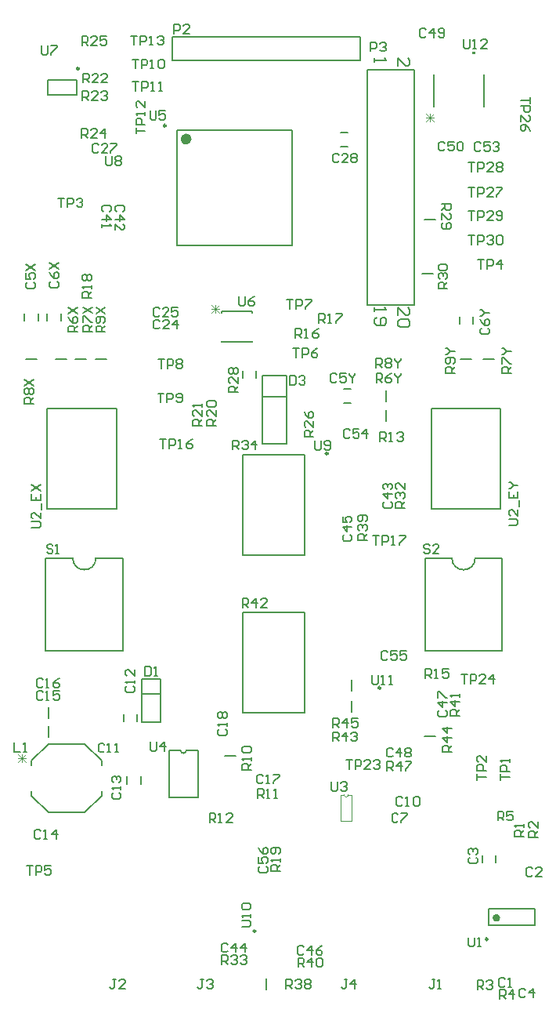
<source format=gto>
G04*
G04 #@! TF.GenerationSoftware,Altium Limited,CircuitStudio,1.5.1 (13)*
G04*
G04 Layer_Color=15065295*
%FSLAX44Y44*%
%MOMM*%
G71*
G01*
G75*
%ADD35C,0.2032*%
%ADD60C,0.2500*%
%ADD61C,0.2000*%
%ADD62C,0.1000*%
%ADD63C,0.0500*%
%ADD64C,0.6000*%
%ADD65C,0.4000*%
%ADD66C,0.1270*%
%ADD67C,0.1524*%
%ADD68C,0.1700*%
%ADD69C,0.1700*%
%ADD70C,0.0762*%
G36*
X769655Y1283116D02*
X765845D01*
Y1285656D01*
X769655D01*
Y1283116D01*
D02*
G37*
D35*
X685800Y1270426D02*
Y1278890D01*
X694264Y1270426D01*
X696380D01*
X698496Y1272542D01*
Y1276774D01*
X696380Y1278890D01*
X660400D02*
Y1274658D01*
Y1276774D01*
X673096D01*
X670980Y1278890D01*
X660400Y1009650D02*
Y1005418D01*
Y1007534D01*
X673096D01*
X670980Y1009650D01*
X662516Y999070D02*
X660400Y996954D01*
Y992722D01*
X662516Y990606D01*
X670980D01*
X673096Y992722D01*
Y996954D01*
X670980Y999070D01*
X668864D01*
X666748Y996954D01*
Y990606D01*
X685800Y1001186D02*
Y1009650D01*
X694264Y1001186D01*
X696380D01*
X698496Y1003302D01*
Y1007534D01*
X696380Y1009650D01*
Y996954D02*
X698496Y994838D01*
Y990606D01*
X696380Y988490D01*
X687916D01*
X685800Y990606D01*
Y994838D01*
X687916Y996954D01*
X696380D01*
D60*
X531750Y336250D02*
G03*
X531750Y336250I-1250J0D01*
G01*
X609760Y851890D02*
G03*
X609760Y851890I-1250J0D01*
G01*
X434750Y1206000D02*
G03*
X434750Y1206000I-1250J0D01*
G01*
X666820Y598970D02*
G03*
X666820Y598970I-1250J0D01*
G01*
X782700Y327500D02*
G03*
X782700Y327500I-1250J0D01*
G01*
X340830Y1267640D02*
G03*
X340830Y1267640I-1250J0D01*
G01*
D61*
X334000Y739000D02*
G03*
X359000Y739000I12500J0D01*
G01*
X450535Y531540D02*
G03*
X456885Y531540I3175J0D01*
G01*
X744000Y739000D02*
G03*
X769000Y739000I12500J0D01*
G01*
X306500Y792350D02*
Y900650D01*
X381500D01*
Y792350D02*
Y900650D01*
X306500Y792350D02*
X381500D01*
X304850Y639000D02*
Y739000D01*
Y639000D02*
X388150D01*
Y739000D01*
X359000D02*
X388150D01*
X304850D02*
X334000D01*
X635508Y595726D02*
Y607726D01*
X714344Y546608D02*
X726344D01*
X635508Y573120D02*
Y585120D01*
X517610Y742350D02*
X584920D01*
Y850650D01*
X517610D02*
X584920D01*
X517610Y742350D02*
Y850650D01*
X711550Y1046480D02*
X723550D01*
X714090Y1104900D02*
X726090D01*
X498190Y525780D02*
X510190D01*
X753460Y953770D02*
X765460D01*
X358490D02*
X370490D01*
X672592Y908400D02*
Y920400D01*
X283000Y954000D02*
X295000D01*
X778000D02*
X790000D01*
X336900Y953770D02*
X348900D01*
X672338Y887064D02*
Y899064D01*
X315310Y953770D02*
X327310D01*
X623634Y1183760D02*
X631634D01*
X623634Y1198760D02*
X631634D01*
X308102Y566262D02*
Y578262D01*
Y545688D02*
Y557688D01*
X407840Y495110D02*
Y503110D01*
X392840Y495110D02*
Y503110D01*
X403740Y562674D02*
Y570674D01*
X388740Y562674D02*
Y570674D01*
X766960Y991680D02*
Y999680D01*
X751960Y991680D02*
Y999680D01*
X321500Y995000D02*
Y1003000D01*
X306500Y995000D02*
Y1003000D01*
X626936Y906900D02*
X634936D01*
X626936Y921900D02*
X634936D01*
X281500Y995000D02*
Y1003000D01*
X296500Y995000D02*
Y1003000D01*
X776500Y410000D02*
Y418000D01*
X791500Y410000D02*
Y418000D01*
X543560Y273400D02*
Y285400D01*
X517518Y933260D02*
Y941260D01*
X532518Y933260D02*
Y941260D01*
X469410Y480740D02*
Y531540D01*
X456885D02*
X469410D01*
X437960D02*
X450535D01*
X437960Y480740D02*
X469410D01*
X437960D02*
Y531540D01*
X721500Y792350D02*
Y900650D01*
X796500D01*
Y792350D02*
Y900650D01*
X721500Y792350D02*
X796500D01*
X714850Y639000D02*
Y739000D01*
Y639000D02*
X798150D01*
Y739000D01*
X769000D02*
X798150D01*
X714850D02*
X744000D01*
X441960Y1301750D02*
X645160D01*
X441960Y1276350D02*
Y1301750D01*
Y1276350D02*
X645160D01*
Y1301750D01*
X652780Y1012190D02*
Y1247140D01*
X703580Y1012190D02*
Y1247140D01*
Y1266190D01*
X652780D02*
X703580D01*
X652780Y1247140D02*
Y1266190D01*
Y1012190D02*
X703580D01*
X538800Y936230D02*
X565470D01*
X538800Y862570D02*
Y936230D01*
Y862570D02*
X565470D01*
Y936230D01*
X538800Y913370D02*
X565070Y913253D01*
X446500Y1076500D02*
X571500D01*
X446500Y1201500D02*
X571500D01*
Y1076500D02*
Y1201500D01*
X446500Y1076500D02*
Y1201500D01*
X517610Y572350D02*
X584920D01*
Y680650D01*
X517610D02*
X584920D01*
X517610Y572350D02*
Y680650D01*
X784000Y342500D02*
X834000D01*
X784000Y360500D02*
X834000D01*
X784000Y342500D02*
Y360500D01*
X834000Y342500D02*
Y360500D01*
X307080Y1255140D02*
X338080D01*
X307080Y1239140D02*
X338080D01*
Y1255140D01*
X307080Y1239140D02*
Y1255140D01*
D62*
X388606Y1178220D02*
G03*
X388106Y1177720I-500J0D01*
G01*
D63*
X627255Y483540D02*
G03*
X632005Y483540I2375J0D01*
G01*
X623380Y455040D02*
Y483540D01*
Y455040D02*
X635880D01*
Y483540D01*
X632005D02*
X635880D01*
X623380D02*
X627255D01*
D64*
X459500Y1191500D02*
G03*
X459500Y1191500I-3000J0D01*
G01*
D65*
X794000Y350500D02*
G03*
X794000Y350500I-2000J0D01*
G01*
D66*
X408592Y592468D02*
X428592D01*
X408592Y561968D02*
X428592D01*
Y608468D01*
X408592D02*
X428592D01*
X408592Y561968D02*
Y608468D01*
D67*
X494736Y1004236D02*
Y1005764D01*
X528264D01*
Y972236D02*
Y973764D01*
X494736Y972236D02*
X528264D01*
X494736D02*
Y973764D01*
X528264Y1004236D02*
Y1005764D01*
X365676Y515723D02*
Y520416D01*
X289136Y482376D02*
Y487068D01*
Y520416D02*
X307636Y538166D01*
X289136Y515723D02*
Y520416D01*
Y482376D02*
X307636Y464626D01*
X347176D01*
X365676Y482376D01*
Y487068D01*
X347176Y538166D02*
X365676Y520416D01*
X307636Y538166D02*
X347176D01*
X724703Y1226621D02*
Y1261378D01*
X778297Y1226621D02*
Y1261378D01*
D68*
X761746Y1139281D02*
X768410D01*
X765078D01*
Y1129284D01*
X771743D02*
Y1139281D01*
X776741D01*
X778407Y1137615D01*
Y1134282D01*
X776741Y1132616D01*
X771743D01*
X788404Y1129284D02*
X781739D01*
X788404Y1135948D01*
Y1137615D01*
X786738Y1139281D01*
X783406D01*
X781739Y1137615D01*
X791736Y1139281D02*
X798401D01*
Y1137615D01*
X791736Y1130950D01*
Y1129284D01*
X762000Y1166205D02*
X768664D01*
X765332D01*
Y1156208D01*
X771997D02*
Y1166205D01*
X776995D01*
X778661Y1164538D01*
Y1161206D01*
X776995Y1159540D01*
X771997D01*
X788658Y1156208D02*
X781993D01*
X788658Y1162872D01*
Y1164538D01*
X786992Y1166205D01*
X783660D01*
X781993Y1164538D01*
X791990D02*
X793656Y1166205D01*
X796989D01*
X798655Y1164538D01*
Y1162872D01*
X796989Y1161206D01*
X798655Y1159540D01*
Y1157874D01*
X796989Y1156208D01*
X793656D01*
X791990Y1157874D01*
Y1159540D01*
X793656Y1161206D01*
X791990Y1162872D01*
Y1164538D01*
X793656Y1161206D02*
X796989D01*
X417576Y1222339D02*
Y1214008D01*
X419242Y1212342D01*
X422574D01*
X424240Y1214008D01*
Y1222339D01*
X434237D02*
X427573D01*
Y1217340D01*
X430905Y1219006D01*
X432571D01*
X434237Y1217340D01*
Y1214008D01*
X432571Y1212342D01*
X429239D01*
X427573Y1214008D01*
X564642Y274066D02*
Y284063D01*
X569640D01*
X571306Y282397D01*
Y279064D01*
X569640Y277398D01*
X564642D01*
X567974D02*
X571306Y274066D01*
X574639Y282397D02*
X576305Y284063D01*
X579637D01*
X581303Y282397D01*
Y280730D01*
X579637Y279064D01*
X577971D01*
X579637D01*
X581303Y277398D01*
Y275732D01*
X579637Y274066D01*
X576305D01*
X574639Y275732D01*
X584635Y282397D02*
X586302Y284063D01*
X589634D01*
X591300Y282397D01*
Y280730D01*
X589634Y279064D01*
X591300Y277398D01*
Y275732D01*
X589634Y274066D01*
X586302D01*
X584635Y275732D01*
Y277398D01*
X586302Y279064D01*
X584635Y280730D01*
Y282397D01*
X586302Y279064D02*
X589634D01*
X801430Y284429D02*
X799764Y286095D01*
X796432D01*
X794766Y284429D01*
Y277764D01*
X796432Y276098D01*
X799764D01*
X801430Y277764D01*
X804763Y276098D02*
X808095D01*
X806429D01*
Y286095D01*
X804763Y284429D01*
X831164Y403330D02*
X829498Y404997D01*
X826166D01*
X824500Y403330D01*
Y396666D01*
X826166Y395000D01*
X829498D01*
X831164Y396666D01*
X841161Y395000D02*
X834497D01*
X841161Y401664D01*
Y403330D01*
X839495Y404997D01*
X836163D01*
X834497Y403330D01*
X763321Y415858D02*
X761655Y414192D01*
Y410860D01*
X763321Y409194D01*
X769986D01*
X771652Y410860D01*
Y414192D01*
X769986Y415858D01*
X763321Y419191D02*
X761655Y420857D01*
Y424189D01*
X763321Y425855D01*
X764987D01*
X766654Y424189D01*
Y422523D01*
Y424189D01*
X768320Y425855D01*
X769986D01*
X771652Y424189D01*
Y420857D01*
X769986Y419191D01*
X823528Y272745D02*
X821862Y274411D01*
X818530D01*
X816864Y272745D01*
Y266080D01*
X818530Y264414D01*
X821862D01*
X823528Y266080D01*
X831859Y264414D02*
Y274411D01*
X826861Y269412D01*
X833525D01*
X285039Y1036634D02*
X283373Y1034968D01*
Y1031636D01*
X285039Y1029970D01*
X291704D01*
X293370Y1031636D01*
Y1034968D01*
X291704Y1036634D01*
X283373Y1046631D02*
Y1039967D01*
X288372D01*
X286705Y1043299D01*
Y1044965D01*
X288372Y1046631D01*
X291704D01*
X293370Y1044965D01*
Y1041633D01*
X291704Y1039967D01*
X283373Y1049963D02*
X293370Y1056628D01*
X283373D02*
X293370Y1049963D01*
X619312Y937208D02*
X617646Y938875D01*
X614314D01*
X612648Y937208D01*
Y930544D01*
X614314Y928878D01*
X617646D01*
X619312Y930544D01*
X629309Y938875D02*
X622645D01*
Y933876D01*
X625977Y935542D01*
X627643D01*
X629309Y933876D01*
Y930544D01*
X627643Y928878D01*
X624311D01*
X622645Y930544D01*
X632641Y938875D02*
Y937208D01*
X635974Y933876D01*
X639306Y937208D01*
Y938875D01*
X635974Y933876D02*
Y928878D01*
X310439Y1037904D02*
X308773Y1036238D01*
Y1032906D01*
X310439Y1031240D01*
X317104D01*
X318770Y1032906D01*
Y1036238D01*
X317104Y1037904D01*
X308773Y1047901D02*
X310439Y1044569D01*
X313771Y1041237D01*
X317104D01*
X318770Y1042903D01*
Y1046235D01*
X317104Y1047901D01*
X315438D01*
X313771Y1046235D01*
Y1041237D01*
X308773Y1051233D02*
X318770Y1057898D01*
X308773D02*
X318770Y1051233D01*
X776129Y987344D02*
X774463Y985678D01*
Y982346D01*
X776129Y980680D01*
X782794D01*
X784460Y982346D01*
Y985678D01*
X782794Y987344D01*
X774463Y997341D02*
X776129Y994009D01*
X779462Y990677D01*
X782794D01*
X784460Y992343D01*
Y995675D01*
X782794Y997341D01*
X781128D01*
X779462Y995675D01*
Y990677D01*
X774463Y1000673D02*
X776129D01*
X779462Y1004006D01*
X776129Y1007338D01*
X774463D01*
X779462Y1004006D02*
X784460D01*
X685794Y462121D02*
X684128Y463787D01*
X680796D01*
X679130Y462121D01*
Y455456D01*
X680796Y453790D01*
X684128D01*
X685794Y455456D01*
X689127Y463787D02*
X695791D01*
Y462121D01*
X689127Y455456D01*
Y453790D01*
X690794Y479621D02*
X689128Y481287D01*
X685796D01*
X684130Y479621D01*
Y472956D01*
X685796Y471290D01*
X689128D01*
X690794Y472956D01*
X694127Y471290D02*
X697459D01*
X695793D01*
Y481287D01*
X694127Y479621D01*
X702457D02*
X704123Y481287D01*
X707456D01*
X709122Y479621D01*
Y472956D01*
X707456Y471290D01*
X704123D01*
X702457Y472956D01*
Y479621D01*
X392227Y600516D02*
X390561Y598850D01*
Y595518D01*
X392227Y593852D01*
X398892D01*
X400558Y595518D01*
Y598850D01*
X398892Y600516D01*
X400558Y603849D02*
Y607181D01*
Y605515D01*
X390561D01*
X392227Y603849D01*
X400558Y618844D02*
Y612179D01*
X393893Y618844D01*
X392227D01*
X390561Y617178D01*
Y613845D01*
X392227Y612179D01*
X377749Y485454D02*
X376083Y483788D01*
Y480456D01*
X377749Y478790D01*
X384414D01*
X386080Y480456D01*
Y483788D01*
X384414Y485454D01*
X386080Y488787D02*
Y492119D01*
Y490453D01*
X376083D01*
X377749Y488787D01*
Y497117D02*
X376083Y498783D01*
Y502116D01*
X377749Y503782D01*
X379415D01*
X381082Y502116D01*
Y500449D01*
Y502116D01*
X382748Y503782D01*
X384414D01*
X386080Y502116D01*
Y498783D01*
X384414Y497117D01*
X299526Y444194D02*
X297860Y445861D01*
X294528D01*
X292862Y444194D01*
Y437530D01*
X294528Y435864D01*
X297860D01*
X299526Y437530D01*
X302859Y435864D02*
X306191D01*
X304525D01*
Y445861D01*
X302859Y444194D01*
X316188Y435864D02*
Y445861D01*
X311189Y440862D01*
X317854D01*
X301558Y593801D02*
X299892Y595467D01*
X296560D01*
X294894Y593801D01*
Y587136D01*
X296560Y585470D01*
X299892D01*
X301558Y587136D01*
X304891Y585470D02*
X308223D01*
X306557D01*
Y595467D01*
X304891Y593801D01*
X319886Y595467D02*
X313221D01*
Y590468D01*
X316553Y592134D01*
X318220D01*
X319886Y590468D01*
Y587136D01*
X318220Y585470D01*
X314887D01*
X313221Y587136D01*
X301558Y607517D02*
X299892Y609183D01*
X296560D01*
X294894Y607517D01*
Y600852D01*
X296560Y599186D01*
X299892D01*
X301558Y600852D01*
X304891Y599186D02*
X308223D01*
X306557D01*
Y609183D01*
X304891Y607517D01*
X319886Y609183D02*
X316553Y607517D01*
X313221Y604184D01*
Y600852D01*
X314887Y599186D01*
X318220D01*
X319886Y600852D01*
Y602518D01*
X318220Y604184D01*
X313221D01*
X539556Y503885D02*
X537890Y505551D01*
X534558D01*
X532892Y503885D01*
Y497220D01*
X534558Y495554D01*
X537890D01*
X539556Y497220D01*
X542889Y495554D02*
X546221D01*
X544555D01*
Y505551D01*
X542889Y503885D01*
X551219Y505551D02*
X557884D01*
Y503885D01*
X551219Y497220D01*
Y495554D01*
X492557Y554542D02*
X490891Y552876D01*
Y549544D01*
X492557Y547878D01*
X499222D01*
X500888Y549544D01*
Y552876D01*
X499222Y554542D01*
X500888Y557875D02*
Y561207D01*
Y559541D01*
X490891D01*
X492557Y557875D01*
Y566205D02*
X490891Y567871D01*
Y571204D01*
X492557Y572870D01*
X494223D01*
X495890Y571204D01*
X497556Y572870D01*
X499222D01*
X500888Y571204D01*
Y567871D01*
X499222Y566205D01*
X497556D01*
X495890Y567871D01*
X494223Y566205D01*
X492557D01*
X495890Y567871D02*
Y571204D01*
X428304Y994866D02*
X426638Y996533D01*
X423306D01*
X421640Y994866D01*
Y988202D01*
X423306Y986536D01*
X426638D01*
X428304Y988202D01*
X438301Y986536D02*
X431637D01*
X438301Y993200D01*
Y994866D01*
X436635Y996533D01*
X433303D01*
X431637Y994866D01*
X446632Y986536D02*
Y996533D01*
X441633Y991534D01*
X448298D01*
X427796Y1007821D02*
X426130Y1009487D01*
X422798D01*
X421132Y1007821D01*
Y1001156D01*
X422798Y999490D01*
X426130D01*
X427796Y1001156D01*
X437793Y999490D02*
X431129D01*
X437793Y1006154D01*
Y1007821D01*
X436127Y1009487D01*
X432795D01*
X431129Y1007821D01*
X447790Y1009487D02*
X441125D01*
Y1004488D01*
X444458Y1006154D01*
X446124D01*
X447790Y1004488D01*
Y1001156D01*
X446124Y999490D01*
X442792D01*
X441125Y1001156D01*
X361756Y1185113D02*
X360090Y1186779D01*
X356758D01*
X355092Y1185113D01*
Y1178448D01*
X356758Y1176782D01*
X360090D01*
X361756Y1178448D01*
X371753Y1176782D02*
X365089D01*
X371753Y1183446D01*
Y1185113D01*
X370087Y1186779D01*
X366755D01*
X365089Y1185113D01*
X375085Y1186779D02*
X381750D01*
Y1185113D01*
X375085Y1178448D01*
Y1176782D01*
X621598Y1174445D02*
X619932Y1176111D01*
X616600D01*
X614934Y1174445D01*
Y1167780D01*
X616600Y1166114D01*
X619932D01*
X621598Y1167780D01*
X631595Y1166114D02*
X624931D01*
X631595Y1172778D01*
Y1174445D01*
X629929Y1176111D01*
X626597D01*
X624931Y1174445D01*
X634927D02*
X636594Y1176111D01*
X639926D01*
X641592Y1174445D01*
Y1172778D01*
X639926Y1171112D01*
X641592Y1169446D01*
Y1167780D01*
X639926Y1166114D01*
X636594D01*
X634927Y1167780D01*
Y1169446D01*
X636594Y1171112D01*
X634927Y1172778D01*
Y1174445D01*
X636594Y1171112D02*
X639926D01*
X374090Y1112967D02*
X375757Y1114633D01*
Y1117966D01*
X374090Y1119632D01*
X367426D01*
X365760Y1117966D01*
Y1114633D01*
X367426Y1112967D01*
X365760Y1104637D02*
X375757D01*
X370758Y1109635D01*
Y1102971D01*
X365760Y1099638D02*
Y1096306D01*
Y1097972D01*
X375757D01*
X374090Y1099638D01*
X388315Y1113221D02*
X389981Y1114887D01*
Y1118220D01*
X388315Y1119886D01*
X381650D01*
X379984Y1118220D01*
Y1114887D01*
X381650Y1113221D01*
X379984Y1104891D02*
X389981D01*
X384982Y1109889D01*
Y1103225D01*
X379984Y1093228D02*
Y1099892D01*
X386648Y1093228D01*
X388315D01*
X389981Y1094894D01*
Y1098226D01*
X388315Y1099892D01*
X670865Y799652D02*
X669199Y797986D01*
Y794654D01*
X670865Y792988D01*
X677530D01*
X679196Y794654D01*
Y797986D01*
X677530Y799652D01*
X679196Y807983D02*
X669199D01*
X674197Y802985D01*
Y809649D01*
X670865Y812981D02*
X669199Y814648D01*
Y817980D01*
X670865Y819646D01*
X672531D01*
X674197Y817980D01*
Y816314D01*
Y817980D01*
X675864Y819646D01*
X677530D01*
X679196Y817980D01*
Y814648D01*
X677530Y812981D01*
X501872Y321750D02*
X500206Y323417D01*
X496874D01*
X495208Y321750D01*
Y315086D01*
X496874Y313420D01*
X500206D01*
X501872Y315086D01*
X510203Y313420D02*
Y323417D01*
X505205Y318418D01*
X511869D01*
X520200Y313420D02*
Y323417D01*
X515201Y318418D01*
X521866D01*
X627431Y764092D02*
X625765Y762426D01*
Y759094D01*
X627431Y757428D01*
X634096D01*
X635762Y759094D01*
Y762426D01*
X634096Y764092D01*
X635762Y772423D02*
X625765D01*
X630764Y767425D01*
Y774089D01*
X625765Y784086D02*
Y777421D01*
X630764D01*
X629097Y780754D01*
Y782420D01*
X630764Y784086D01*
X634096D01*
X635762Y782420D01*
Y779088D01*
X634096Y777421D01*
X583752Y318972D02*
X582086Y320639D01*
X578754D01*
X577088Y318972D01*
Y312308D01*
X578754Y310642D01*
X582086D01*
X583752Y312308D01*
X592083Y310642D02*
Y320639D01*
X587085Y315640D01*
X593749D01*
X603746Y320639D02*
X600414Y318972D01*
X597081Y315640D01*
Y312308D01*
X598748Y310642D01*
X602080D01*
X603746Y312308D01*
Y313974D01*
X602080Y315640D01*
X597081D01*
X730555Y574608D02*
X728889Y572942D01*
Y569610D01*
X730555Y567944D01*
X737220D01*
X738886Y569610D01*
Y572942D01*
X737220Y574608D01*
X738886Y582939D02*
X728889D01*
X733887Y577941D01*
Y584605D01*
X728889Y587937D02*
Y594602D01*
X730555D01*
X737220Y587937D01*
X738886D01*
X680018Y532587D02*
X678352Y534253D01*
X675020D01*
X673354Y532587D01*
Y525922D01*
X675020Y524256D01*
X678352D01*
X680018Y525922D01*
X688349Y524256D02*
Y534253D01*
X683351Y529254D01*
X690015D01*
X693347Y532587D02*
X695014Y534253D01*
X698346D01*
X700012Y532587D01*
Y530920D01*
X698346Y529254D01*
X700012Y527588D01*
Y525922D01*
X698346Y524256D01*
X695014D01*
X693347Y525922D01*
Y527588D01*
X695014Y529254D01*
X693347Y530920D01*
Y532587D01*
X695014Y529254D02*
X698346D01*
X715832Y1309319D02*
X714166Y1310985D01*
X710834D01*
X709168Y1309319D01*
Y1302654D01*
X710834Y1300988D01*
X714166D01*
X715832Y1302654D01*
X724163Y1300988D02*
Y1310985D01*
X719165Y1305986D01*
X725829D01*
X729161Y1302654D02*
X730828Y1300988D01*
X734160D01*
X735826Y1302654D01*
Y1309319D01*
X734160Y1310985D01*
X730828D01*
X729161Y1309319D01*
Y1307652D01*
X730828Y1305986D01*
X735826D01*
X736152Y1187144D02*
X734486Y1188811D01*
X731154D01*
X729488Y1187144D01*
Y1180480D01*
X731154Y1178814D01*
X734486D01*
X736152Y1180480D01*
X746149Y1188811D02*
X739485D01*
Y1183812D01*
X742817Y1185478D01*
X744483D01*
X746149Y1183812D01*
Y1180480D01*
X744483Y1178814D01*
X741151D01*
X739485Y1180480D01*
X749481Y1187144D02*
X751148Y1188811D01*
X754480D01*
X756146Y1187144D01*
Y1180480D01*
X754480Y1178814D01*
X751148D01*
X749481Y1180480D01*
Y1187144D01*
X775014Y1186637D02*
X773348Y1188303D01*
X770016D01*
X768350Y1186637D01*
Y1179972D01*
X770016Y1178306D01*
X773348D01*
X775014Y1179972D01*
X785011Y1188303D02*
X778347D01*
Y1183304D01*
X781679Y1184970D01*
X783345D01*
X785011Y1183304D01*
Y1179972D01*
X783345Y1178306D01*
X780013D01*
X778347Y1179972D01*
X788343Y1186637D02*
X790010Y1188303D01*
X793342D01*
X795008Y1186637D01*
Y1184970D01*
X793342Y1183304D01*
X791676D01*
X793342D01*
X795008Y1181638D01*
Y1179972D01*
X793342Y1178306D01*
X790010D01*
X788343Y1179972D01*
X412242Y622137D02*
Y612140D01*
X417240D01*
X418906Y613806D01*
Y620471D01*
X417240Y622137D01*
X412242D01*
X422239Y612140D02*
X425571D01*
X423905D01*
Y622137D01*
X422239Y620471D01*
X568452Y936081D02*
Y926084D01*
X573450D01*
X575116Y927750D01*
Y934415D01*
X573450Y936081D01*
X568452D01*
X578449Y934415D02*
X580115Y936081D01*
X583447D01*
X585113Y934415D01*
Y932748D01*
X583447Y931082D01*
X581781D01*
X583447D01*
X585113Y929416D01*
Y927750D01*
X583447Y926084D01*
X580115D01*
X578449Y927750D01*
X725664Y283997D02*
X722332D01*
X723998D01*
Y275666D01*
X722332Y274000D01*
X720666D01*
X719000Y275666D01*
X728997Y274000D02*
X732329D01*
X730663D01*
Y283997D01*
X728997Y282330D01*
X380664Y283997D02*
X377332D01*
X378998D01*
Y275666D01*
X377332Y274000D01*
X375666D01*
X374000Y275666D01*
X390661Y274000D02*
X383997D01*
X390661Y280664D01*
Y282330D01*
X388995Y283997D01*
X385663D01*
X383997Y282330D01*
X475664Y283997D02*
X472332D01*
X473998D01*
Y275666D01*
X472332Y274000D01*
X470666D01*
X469000Y275666D01*
X478997Y282330D02*
X480663Y283997D01*
X483995D01*
X485661Y282330D01*
Y280664D01*
X483995Y278998D01*
X482329D01*
X483995D01*
X485661Y277332D01*
Y275666D01*
X483995Y274000D01*
X480663D01*
X478997Y275666D01*
X630822Y283997D02*
X627490D01*
X629156D01*
Y275666D01*
X627490Y274000D01*
X625824D01*
X624158Y275666D01*
X639153Y274000D02*
Y283997D01*
X634155Y278998D01*
X640819D01*
X270510Y539587D02*
Y529590D01*
X277174D01*
X280507D02*
X283839D01*
X282173D01*
Y539587D01*
X280507Y537920D01*
X443484Y1305052D02*
Y1315049D01*
X448482D01*
X450148Y1313383D01*
Y1310050D01*
X448482Y1308384D01*
X443484D01*
X460145Y1305052D02*
X453481D01*
X460145Y1311716D01*
Y1313383D01*
X458479Y1315049D01*
X455147D01*
X453481Y1313383D01*
X655828Y1286256D02*
Y1296253D01*
X660826D01*
X662492Y1294586D01*
Y1291254D01*
X660826Y1289588D01*
X655828D01*
X665825Y1294586D02*
X667491Y1296253D01*
X670823D01*
X672489Y1294586D01*
Y1292920D01*
X670823Y1291254D01*
X669157D01*
X670823D01*
X672489Y1289588D01*
Y1287922D01*
X670823Y1286256D01*
X667491D01*
X665825Y1287922D01*
X821436Y438150D02*
X811439D01*
Y443148D01*
X813105Y444814D01*
X816438D01*
X818104Y443148D01*
Y438150D01*
Y441482D02*
X821436Y444814D01*
Y448147D02*
Y451479D01*
Y449813D01*
X811439D01*
X813105Y448147D01*
X836930Y437642D02*
X826933D01*
Y442640D01*
X828599Y444306D01*
X831932D01*
X833598Y442640D01*
Y437642D01*
Y440974D02*
X836930Y444306D01*
Y454303D02*
Y447639D01*
X830265Y454303D01*
X828599D01*
X826933Y452637D01*
Y449305D01*
X828599Y447639D01*
X771398Y273304D02*
Y283301D01*
X776396D01*
X778062Y281635D01*
Y278302D01*
X776396Y276636D01*
X771398D01*
X774730D02*
X778062Y273304D01*
X781395Y281635D02*
X783061Y283301D01*
X786393D01*
X788059Y281635D01*
Y279968D01*
X786393Y278302D01*
X784727D01*
X786393D01*
X788059Y276636D01*
Y274970D01*
X786393Y273304D01*
X783061D01*
X781395Y274970D01*
X795274Y263144D02*
Y273141D01*
X800272D01*
X801938Y271474D01*
Y268142D01*
X800272Y266476D01*
X795274D01*
X798606D02*
X801938Y263144D01*
X810269D02*
Y273141D01*
X805271Y268142D01*
X811935D01*
X793496Y455676D02*
Y465673D01*
X798494D01*
X800160Y464007D01*
Y460674D01*
X798494Y459008D01*
X793496D01*
X796828D02*
X800160Y455676D01*
X810157Y465673D02*
X803493D01*
Y460674D01*
X806825Y462340D01*
X808491D01*
X810157Y460674D01*
Y457342D01*
X808491Y455676D01*
X805159D01*
X803493Y457342D01*
X339344Y983234D02*
X329347D01*
Y988232D01*
X331013Y989898D01*
X334346D01*
X336012Y988232D01*
Y983234D01*
Y986566D02*
X339344Y989898D01*
X329347Y999895D02*
X331013Y996563D01*
X334346Y993231D01*
X337678D01*
X339344Y994897D01*
Y998229D01*
X337678Y999895D01*
X336012D01*
X334346Y998229D01*
Y993231D01*
X329347Y1003227D02*
X339344Y1009892D01*
X329347D02*
X339344Y1003227D01*
X662178Y928624D02*
Y938621D01*
X667176D01*
X668842Y936954D01*
Y933622D01*
X667176Y931956D01*
X662178D01*
X665510D02*
X668842Y928624D01*
X678839Y938621D02*
X675507Y936954D01*
X672175Y933622D01*
Y930290D01*
X673841Y928624D01*
X677173D01*
X678839Y930290D01*
Y931956D01*
X677173Y933622D01*
X672175D01*
X682171Y938621D02*
Y936954D01*
X685504Y933622D01*
X688836Y936954D01*
Y938621D01*
X685504Y933622D02*
Y928624D01*
X354838Y983488D02*
X344841D01*
Y988486D01*
X346507Y990152D01*
X349840D01*
X351506Y988486D01*
Y983488D01*
Y986820D02*
X354838Y990152D01*
X344841Y993485D02*
Y1000149D01*
X346507D01*
X353172Y993485D01*
X354838D01*
X344841Y1003481D02*
X354838Y1010146D01*
X344841D02*
X354838Y1003481D01*
X808228Y938784D02*
X798231D01*
Y943782D01*
X799897Y945448D01*
X803230D01*
X804896Y943782D01*
Y938784D01*
Y942116D02*
X808228Y945448D01*
X798231Y948781D02*
Y955445D01*
X799897D01*
X806562Y948781D01*
X808228D01*
X798231Y958777D02*
X799897D01*
X803230Y962110D01*
X799897Y965442D01*
X798231D01*
X803230Y962110D02*
X808228D01*
X291338Y905510D02*
X281341D01*
Y910508D01*
X283007Y912174D01*
X286339D01*
X288006Y910508D01*
Y905510D01*
Y908842D02*
X291338Y912174D01*
X283007Y915507D02*
X281341Y917173D01*
Y920505D01*
X283007Y922171D01*
X284673D01*
X286339Y920505D01*
X288006Y922171D01*
X289672D01*
X291338Y920505D01*
Y917173D01*
X289672Y915507D01*
X288006D01*
X286339Y917173D01*
X284673Y915507D01*
X283007D01*
X286339Y917173D02*
Y920505D01*
X281341Y925503D02*
X291338Y932168D01*
X281341D02*
X291338Y925503D01*
X661924Y944880D02*
Y954877D01*
X666922D01*
X668588Y953211D01*
Y949878D01*
X666922Y948212D01*
X661924D01*
X665256D02*
X668588Y944880D01*
X671921Y953211D02*
X673587Y954877D01*
X676919D01*
X678585Y953211D01*
Y951544D01*
X676919Y949878D01*
X678585Y948212D01*
Y946546D01*
X676919Y944880D01*
X673587D01*
X671921Y946546D01*
Y948212D01*
X673587Y949878D01*
X671921Y951544D01*
Y953211D01*
X673587Y949878D02*
X676919D01*
X681917Y954877D02*
Y953211D01*
X685250Y949878D01*
X688582Y953211D01*
Y954877D01*
X685250Y949878D02*
Y944880D01*
X369062Y983234D02*
X359065D01*
Y988232D01*
X360731Y989898D01*
X364063D01*
X365730Y988232D01*
Y983234D01*
Y986566D02*
X369062Y989898D01*
X367396Y993231D02*
X369062Y994897D01*
Y998229D01*
X367396Y999895D01*
X360731D01*
X359065Y998229D01*
Y994897D01*
X360731Y993231D01*
X362397D01*
X364063Y994897D01*
Y999895D01*
X359065Y1003227D02*
X369062Y1009892D01*
X359065D02*
X369062Y1003227D01*
X747014Y939038D02*
X737017D01*
Y944036D01*
X738683Y945702D01*
X742016D01*
X743682Y944036D01*
Y939038D01*
Y942370D02*
X747014Y945702D01*
X745348Y949035D02*
X747014Y950701D01*
Y954033D01*
X745348Y955699D01*
X738683D01*
X737017Y954033D01*
Y950701D01*
X738683Y949035D01*
X740349D01*
X742016Y950701D01*
Y955699D01*
X737017Y959031D02*
X738683D01*
X742016Y962364D01*
X738683Y965696D01*
X737017D01*
X742016Y962364D02*
X747014D01*
X527050Y510540D02*
X517053D01*
Y515538D01*
X518719Y517204D01*
X522052D01*
X523718Y515538D01*
Y510540D01*
Y513872D02*
X527050Y517204D01*
Y520537D02*
Y523869D01*
Y522203D01*
X517053D01*
X518719Y520537D01*
Y528867D02*
X517053Y530533D01*
Y533866D01*
X518719Y535532D01*
X525384D01*
X527050Y533866D01*
Y530533D01*
X525384Y528867D01*
X518719D01*
X533654Y479806D02*
Y489803D01*
X538652D01*
X540318Y488136D01*
Y484804D01*
X538652Y483138D01*
X533654D01*
X536986D02*
X540318Y479806D01*
X543651D02*
X546983D01*
X545317D01*
Y489803D01*
X543651Y488136D01*
X551981Y479806D02*
X555313D01*
X553647D01*
Y489803D01*
X551981Y488136D01*
X481838Y453390D02*
Y463387D01*
X486836D01*
X488502Y461721D01*
Y458388D01*
X486836Y456722D01*
X481838D01*
X485170D02*
X488502Y453390D01*
X491835D02*
X495167D01*
X493501D01*
Y463387D01*
X491835Y461721D01*
X506830Y453390D02*
X500165D01*
X506830Y460054D01*
Y461721D01*
X505164Y463387D01*
X501831D01*
X500165Y461721D01*
X665988Y865124D02*
Y875121D01*
X670986D01*
X672652Y873455D01*
Y870122D01*
X670986Y868456D01*
X665988D01*
X669320D02*
X672652Y865124D01*
X675985D02*
X679317D01*
X677651D01*
Y875121D01*
X675985Y873455D01*
X684315D02*
X685981Y875121D01*
X689314D01*
X690980Y873455D01*
Y871788D01*
X689314Y870122D01*
X687647D01*
X689314D01*
X690980Y868456D01*
Y866790D01*
X689314Y865124D01*
X685981D01*
X684315Y866790D01*
X715264Y609600D02*
Y619597D01*
X720262D01*
X721928Y617930D01*
Y614598D01*
X720262Y612932D01*
X715264D01*
X718596D02*
X721928Y609600D01*
X725261D02*
X728593D01*
X726927D01*
Y619597D01*
X725261Y617930D01*
X740256Y619597D02*
X733591D01*
Y614598D01*
X736924Y616264D01*
X738590D01*
X740256Y614598D01*
Y611266D01*
X738590Y609600D01*
X735257D01*
X733591Y611266D01*
X574548Y977138D02*
Y987135D01*
X579546D01*
X581212Y985469D01*
Y982136D01*
X579546Y980470D01*
X574548D01*
X577880D02*
X581212Y977138D01*
X584545D02*
X587877D01*
X586211D01*
Y987135D01*
X584545Y985469D01*
X599540Y987135D02*
X596208Y985469D01*
X592875Y982136D01*
Y978804D01*
X594541Y977138D01*
X597874D01*
X599540Y978804D01*
Y980470D01*
X597874Y982136D01*
X592875D01*
X599948Y992886D02*
Y1002883D01*
X604946D01*
X606612Y1001217D01*
Y997884D01*
X604946Y996218D01*
X599948D01*
X603280D02*
X606612Y992886D01*
X609945D02*
X613277D01*
X611611D01*
Y1002883D01*
X609945Y1001217D01*
X618275Y1002883D02*
X624940D01*
Y1001217D01*
X618275Y994552D01*
Y992886D01*
X354076Y1020064D02*
X344079D01*
Y1025062D01*
X345745Y1026728D01*
X349077D01*
X350744Y1025062D01*
Y1020064D01*
Y1023396D02*
X354076Y1026728D01*
Y1030061D02*
Y1033393D01*
Y1031727D01*
X344079D01*
X345745Y1030061D01*
Y1038391D02*
X344079Y1040057D01*
Y1043390D01*
X345745Y1045056D01*
X347411D01*
X349077Y1043390D01*
X350744Y1045056D01*
X352410D01*
X354076Y1043390D01*
Y1040057D01*
X352410Y1038391D01*
X350744D01*
X349077Y1040057D01*
X347411Y1038391D01*
X345745D01*
X349077Y1040057D02*
Y1043390D01*
X558546Y401066D02*
X548549D01*
Y406064D01*
X550215Y407730D01*
X553548D01*
X555214Y406064D01*
Y401066D01*
Y404398D02*
X558546Y407730D01*
Y411063D02*
Y414395D01*
Y412729D01*
X548549D01*
X550215Y411063D01*
X556880Y419393D02*
X558546Y421059D01*
Y424392D01*
X556880Y426058D01*
X550215D01*
X548549Y424392D01*
Y421059D01*
X550215Y419393D01*
X551881D01*
X553548Y421059D01*
Y426058D01*
X488782Y882368D02*
X478785D01*
Y887366D01*
X480451Y889032D01*
X483783D01*
X485450Y887366D01*
Y882368D01*
Y885700D02*
X488782Y889032D01*
Y899029D02*
Y892365D01*
X482117Y899029D01*
X480451D01*
X478785Y897363D01*
Y894031D01*
X480451Y892365D01*
Y902361D02*
X478785Y904028D01*
Y907360D01*
X480451Y909026D01*
X487116D01*
X488782Y907360D01*
Y904028D01*
X487116Y902361D01*
X480451D01*
X474036Y882368D02*
X464039D01*
Y887366D01*
X465705Y889032D01*
X469038D01*
X470704Y887366D01*
Y882368D01*
Y885700D02*
X474036Y889032D01*
Y899029D02*
Y892365D01*
X467371Y899029D01*
X465705D01*
X464039Y897363D01*
Y894031D01*
X465705Y892365D01*
X474036Y902361D02*
Y905694D01*
Y904028D01*
X464039D01*
X465705Y902361D01*
X344932Y1252474D02*
Y1262471D01*
X349930D01*
X351596Y1260805D01*
Y1257472D01*
X349930Y1255806D01*
X344932D01*
X348264D02*
X351596Y1252474D01*
X361593D02*
X354929D01*
X361593Y1259138D01*
Y1260805D01*
X359927Y1262471D01*
X356595D01*
X354929Y1260805D01*
X371590Y1252474D02*
X364925D01*
X371590Y1259138D01*
Y1260805D01*
X369924Y1262471D01*
X366592D01*
X364925Y1260805D01*
X344424Y1233424D02*
Y1243421D01*
X349422D01*
X351088Y1241755D01*
Y1238422D01*
X349422Y1236756D01*
X344424D01*
X347756D02*
X351088Y1233424D01*
X361085D02*
X354421D01*
X361085Y1240088D01*
Y1241755D01*
X359419Y1243421D01*
X356087D01*
X354421Y1241755D01*
X364417D02*
X366084Y1243421D01*
X369416D01*
X371082Y1241755D01*
Y1240088D01*
X369416Y1238422D01*
X367750D01*
X369416D01*
X371082Y1236756D01*
Y1235090D01*
X369416Y1233424D01*
X366084D01*
X364417Y1235090D01*
X343408Y1192784D02*
Y1202781D01*
X348406D01*
X350072Y1201115D01*
Y1197782D01*
X348406Y1196116D01*
X343408D01*
X346740D02*
X350072Y1192784D01*
X360069D02*
X353405D01*
X360069Y1199448D01*
Y1201115D01*
X358403Y1202781D01*
X355071D01*
X353405Y1201115D01*
X368400Y1192784D02*
Y1202781D01*
X363401Y1197782D01*
X370066D01*
X343916Y1292606D02*
Y1302603D01*
X348914D01*
X350580Y1300936D01*
Y1297604D01*
X348914Y1295938D01*
X343916D01*
X347248D02*
X350580Y1292606D01*
X360577D02*
X353913D01*
X360577Y1299270D01*
Y1300936D01*
X358911Y1302603D01*
X355579D01*
X353913Y1300936D01*
X370574Y1302603D02*
X363909D01*
Y1297604D01*
X367242Y1299270D01*
X368908D01*
X370574Y1297604D01*
Y1294272D01*
X368908Y1292606D01*
X365576D01*
X363909Y1294272D01*
X594294Y870364D02*
X584297D01*
Y875362D01*
X585963Y877028D01*
X589296D01*
X590962Y875362D01*
Y870364D01*
Y873696D02*
X594294Y877028D01*
Y887025D02*
Y880361D01*
X587629Y887025D01*
X585963D01*
X584297Y885359D01*
Y882027D01*
X585963Y880361D01*
X584297Y897022D02*
X585963Y893690D01*
X589296Y890357D01*
X592628D01*
X594294Y892024D01*
Y895356D01*
X592628Y897022D01*
X590962D01*
X589296Y895356D01*
Y890357D01*
X512826Y917956D02*
X502829D01*
Y922954D01*
X504495Y924620D01*
X507827D01*
X509494Y922954D01*
Y917956D01*
Y921288D02*
X512826Y924620D01*
Y934617D02*
Y927953D01*
X506161Y934617D01*
X504495D01*
X502829Y932951D01*
Y929619D01*
X504495Y927953D01*
Y937949D02*
X502829Y939616D01*
Y942948D01*
X504495Y944614D01*
X506161D01*
X507827Y942948D01*
X509494Y944614D01*
X511160D01*
X512826Y942948D01*
Y939616D01*
X511160Y937949D01*
X509494D01*
X507827Y939616D01*
X506161Y937949D01*
X504495D01*
X507827Y939616D02*
Y942948D01*
X732790Y1121410D02*
X742787D01*
Y1116412D01*
X741121Y1114745D01*
X737788D01*
X736122Y1116412D01*
Y1121410D01*
Y1118078D02*
X732790Y1114745D01*
Y1104749D02*
Y1111413D01*
X739454Y1104749D01*
X741121D01*
X742787Y1106415D01*
Y1109747D01*
X741121Y1111413D01*
X734456Y1101416D02*
X732790Y1099750D01*
Y1096418D01*
X734456Y1094752D01*
X741121D01*
X742787Y1096418D01*
Y1099750D01*
X741121Y1101416D01*
X739454D01*
X737788Y1099750D01*
Y1094752D01*
X739140Y1029970D02*
X729143D01*
Y1034968D01*
X730809Y1036634D01*
X734141D01*
X735808Y1034968D01*
Y1029970D01*
Y1033302D02*
X739140Y1036634D01*
X730809Y1039967D02*
X729143Y1041633D01*
Y1044965D01*
X730809Y1046631D01*
X732475D01*
X734141Y1044965D01*
Y1043299D01*
Y1044965D01*
X735808Y1046631D01*
X737474D01*
X739140Y1044965D01*
Y1041633D01*
X737474Y1039967D01*
X730809Y1049963D02*
X729143Y1051630D01*
Y1054962D01*
X730809Y1056628D01*
X737474D01*
X739140Y1054962D01*
Y1051630D01*
X737474Y1049963D01*
X730809D01*
X692912Y793242D02*
X682915D01*
Y798240D01*
X684581Y799906D01*
X687914D01*
X689580Y798240D01*
Y793242D01*
Y796574D02*
X692912Y799906D01*
X684581Y803239D02*
X682915Y804905D01*
Y808237D01*
X684581Y809903D01*
X686247D01*
X687914Y808237D01*
Y806571D01*
Y808237D01*
X689580Y809903D01*
X691246D01*
X692912Y808237D01*
Y804905D01*
X691246Y803239D01*
X692912Y819900D02*
Y813235D01*
X686247Y819900D01*
X684581D01*
X682915Y818234D01*
Y814902D01*
X684581Y813235D01*
X495300Y300482D02*
Y310479D01*
X500298D01*
X501964Y308813D01*
Y305480D01*
X500298Y303814D01*
X495300D01*
X498632D02*
X501964Y300482D01*
X505297Y308813D02*
X506963Y310479D01*
X510295D01*
X511961Y308813D01*
Y307146D01*
X510295Y305480D01*
X508629D01*
X510295D01*
X511961Y303814D01*
Y302148D01*
X510295Y300482D01*
X506963D01*
X505297Y302148D01*
X515293Y308813D02*
X516960Y310479D01*
X520292D01*
X521958Y308813D01*
Y307146D01*
X520292Y305480D01*
X518626D01*
X520292D01*
X521958Y303814D01*
Y302148D01*
X520292Y300482D01*
X516960D01*
X515293Y302148D01*
X506730Y856234D02*
Y866231D01*
X511728D01*
X513394Y864565D01*
Y861232D01*
X511728Y859566D01*
X506730D01*
X510062D02*
X513394Y856234D01*
X516727Y864565D02*
X518393Y866231D01*
X521725D01*
X523391Y864565D01*
Y862898D01*
X521725Y861232D01*
X520059D01*
X521725D01*
X523391Y859566D01*
Y857900D01*
X521725Y856234D01*
X518393D01*
X516727Y857900D01*
X531722Y856234D02*
Y866231D01*
X526723Y861232D01*
X533388D01*
X652018Y758698D02*
X642021D01*
Y763696D01*
X643687Y765362D01*
X647020D01*
X648686Y763696D01*
Y758698D01*
Y762030D02*
X652018Y765362D01*
X643687Y768695D02*
X642021Y770361D01*
Y773693D01*
X643687Y775359D01*
X645353D01*
X647020Y773693D01*
Y772027D01*
Y773693D01*
X648686Y775359D01*
X650352D01*
X652018Y773693D01*
Y770361D01*
X650352Y768695D01*
Y778691D02*
X652018Y780358D01*
Y783690D01*
X650352Y785356D01*
X643687D01*
X642021Y783690D01*
Y780358D01*
X643687Y778691D01*
X645353D01*
X647020Y780358D01*
Y785356D01*
X577596Y297434D02*
Y307431D01*
X582594D01*
X584260Y305765D01*
Y302432D01*
X582594Y300766D01*
X577596D01*
X580928D02*
X584260Y297434D01*
X592591D02*
Y307431D01*
X587593Y302432D01*
X594257D01*
X597589Y305765D02*
X599256Y307431D01*
X602588D01*
X604254Y305765D01*
Y299100D01*
X602588Y297434D01*
X599256D01*
X597589Y299100D01*
Y305765D01*
X752348Y568706D02*
X742351D01*
Y573704D01*
X744017Y575370D01*
X747349D01*
X749016Y573704D01*
Y568706D01*
Y572038D02*
X752348Y575370D01*
Y583701D02*
X742351D01*
X747349Y578703D01*
Y585367D01*
X752348Y588699D02*
Y592032D01*
Y590366D01*
X742351D01*
X744017Y588699D01*
X517398Y685800D02*
Y695797D01*
X522396D01*
X524062Y694130D01*
Y690798D01*
X522396Y689132D01*
X517398D01*
X520730D02*
X524062Y685800D01*
X532393D02*
Y695797D01*
X527395Y690798D01*
X534059D01*
X544056Y685800D02*
X537391D01*
X544056Y692464D01*
Y694130D01*
X542390Y695797D01*
X539058D01*
X537391Y694130D01*
X614934Y541274D02*
Y551271D01*
X619932D01*
X621598Y549604D01*
Y546272D01*
X619932Y544606D01*
X614934D01*
X618266D02*
X621598Y541274D01*
X629929D02*
Y551271D01*
X624931Y546272D01*
X631595D01*
X634927Y549604D02*
X636594Y551271D01*
X639926D01*
X641592Y549604D01*
Y547938D01*
X639926Y546272D01*
X638260D01*
X639926D01*
X641592Y544606D01*
Y542940D01*
X639926Y541274D01*
X636594D01*
X634927Y542940D01*
X743458Y530098D02*
X733461D01*
Y535096D01*
X735127Y536762D01*
X738459D01*
X740126Y535096D01*
Y530098D01*
Y533430D02*
X743458Y536762D01*
Y545093D02*
X733461D01*
X738459Y540095D01*
Y546759D01*
X743458Y555090D02*
X733461D01*
X738459Y550091D01*
Y556756D01*
X615442Y556260D02*
Y566257D01*
X620440D01*
X622106Y564590D01*
Y561258D01*
X620440Y559592D01*
X615442D01*
X618774D02*
X622106Y556260D01*
X630437D02*
Y566257D01*
X625439Y561258D01*
X632103D01*
X642100Y566257D02*
X635435D01*
Y561258D01*
X638768Y562924D01*
X640434D01*
X642100Y561258D01*
Y557926D01*
X640434Y556260D01*
X637102D01*
X635435Y557926D01*
X673608Y509778D02*
Y519775D01*
X678606D01*
X680272Y518108D01*
Y514776D01*
X678606Y513110D01*
X673608D01*
X676940D02*
X680272Y509778D01*
X688603D02*
Y519775D01*
X683605Y514776D01*
X690269D01*
X693601Y519775D02*
X700266D01*
Y518108D01*
X693601Y511444D01*
Y509778D01*
X312480Y752042D02*
X310814Y753709D01*
X307482D01*
X305816Y752042D01*
Y750376D01*
X307482Y748710D01*
X310814D01*
X312480Y747044D01*
Y745378D01*
X310814Y743712D01*
X307482D01*
X305816Y745378D01*
X315813Y743712D02*
X319145D01*
X317479D01*
Y753709D01*
X315813Y752042D01*
X719896Y752297D02*
X718230Y753963D01*
X714898D01*
X713232Y752297D01*
Y750630D01*
X714898Y748964D01*
X718230D01*
X719896Y747298D01*
Y745632D01*
X718230Y743966D01*
X714898D01*
X713232Y745632D01*
X729893Y743966D02*
X723229D01*
X729893Y750630D01*
Y752297D01*
X728227Y753963D01*
X724895D01*
X723229Y752297D01*
X796503Y499000D02*
Y505664D01*
Y502332D01*
X806500D01*
Y508997D02*
X796503D01*
Y513995D01*
X798169Y515661D01*
X801501D01*
X803168Y513995D01*
Y508997D01*
X806500Y518993D02*
Y522326D01*
Y520660D01*
X796503D01*
X798169Y518993D01*
X771053Y499110D02*
Y505774D01*
Y502442D01*
X781050D01*
Y509107D02*
X771053D01*
Y514105D01*
X772719Y515771D01*
X776051D01*
X777718Y514105D01*
Y509107D01*
X781050Y525768D02*
Y519103D01*
X774385Y525768D01*
X772719D01*
X771053Y524102D01*
Y520770D01*
X772719Y519103D01*
X318008Y1127851D02*
X324672D01*
X321340D01*
Y1117854D01*
X328005D02*
Y1127851D01*
X333003D01*
X334669Y1126184D01*
Y1122852D01*
X333003Y1121186D01*
X328005D01*
X338001Y1126184D02*
X339668Y1127851D01*
X343000D01*
X344666Y1126184D01*
Y1124518D01*
X343000Y1122852D01*
X341334D01*
X343000D01*
X344666Y1121186D01*
Y1119520D01*
X343000Y1117854D01*
X339668D01*
X338001Y1119520D01*
X771906Y1061049D02*
X778570D01*
X775238D01*
Y1051052D01*
X781903D02*
Y1061049D01*
X786901D01*
X788567Y1059382D01*
Y1056050D01*
X786901Y1054384D01*
X781903D01*
X796898Y1051052D02*
Y1061049D01*
X791899Y1056050D01*
X798564D01*
X283972Y406745D02*
X290636D01*
X287304D01*
Y396748D01*
X293969D02*
Y406745D01*
X298967D01*
X300633Y405079D01*
Y401746D01*
X298967Y400080D01*
X293969D01*
X310630Y406745D02*
X303965D01*
Y401746D01*
X307298Y403412D01*
X308964D01*
X310630Y401746D01*
Y398414D01*
X308964Y396748D01*
X305632D01*
X303965Y398414D01*
X572008Y965799D02*
X578672D01*
X575340D01*
Y955802D01*
X582005D02*
Y965799D01*
X587003D01*
X588669Y964133D01*
Y960800D01*
X587003Y959134D01*
X582005D01*
X598666Y965799D02*
X595334Y964133D01*
X592001Y960800D01*
Y957468D01*
X593668Y955802D01*
X597000D01*
X598666Y957468D01*
Y959134D01*
X597000Y960800D01*
X592001D01*
X565404Y1018377D02*
X572068D01*
X568736D01*
Y1008380D01*
X575401D02*
Y1018377D01*
X580399D01*
X582065Y1016711D01*
Y1013378D01*
X580399Y1011712D01*
X575401D01*
X585397Y1018377D02*
X592062D01*
Y1016711D01*
X585397Y1010046D01*
Y1008380D01*
X426212Y953607D02*
X432876D01*
X429544D01*
Y943610D01*
X436209D02*
Y953607D01*
X441207D01*
X442873Y951941D01*
Y948608D01*
X441207Y946942D01*
X436209D01*
X446205Y951941D02*
X447872Y953607D01*
X451204D01*
X452870Y951941D01*
Y950274D01*
X451204Y948608D01*
X452870Y946942D01*
Y945276D01*
X451204Y943610D01*
X447872D01*
X446205Y945276D01*
Y946942D01*
X447872Y948608D01*
X446205Y950274D01*
Y951941D01*
X447872Y948608D02*
X451204D01*
X425958Y917031D02*
X432622D01*
X429290D01*
Y907034D01*
X435955D02*
Y917031D01*
X440953D01*
X442619Y915365D01*
Y912032D01*
X440953Y910366D01*
X435955D01*
X445951Y908700D02*
X447618Y907034D01*
X450950D01*
X452616Y908700D01*
Y915365D01*
X450950Y917031D01*
X447618D01*
X445951Y915365D01*
Y913698D01*
X447618Y912032D01*
X452616D01*
X398272Y1277711D02*
X404936D01*
X401604D01*
Y1267714D01*
X408269D02*
Y1277711D01*
X413267D01*
X414933Y1276044D01*
Y1272712D01*
X413267Y1271046D01*
X408269D01*
X418265Y1267714D02*
X421598D01*
X419932D01*
Y1277711D01*
X418265Y1276044D01*
X426596D02*
X428262Y1277711D01*
X431595D01*
X433261Y1276044D01*
Y1269380D01*
X431595Y1267714D01*
X428262D01*
X426596Y1269380D01*
Y1276044D01*
X398526Y1253581D02*
X405190D01*
X401858D01*
Y1243584D01*
X408523D02*
Y1253581D01*
X413521D01*
X415187Y1251915D01*
Y1248582D01*
X413521Y1246916D01*
X408523D01*
X418519Y1243584D02*
X421852D01*
X420186D01*
Y1253581D01*
X418519Y1251915D01*
X426850Y1243584D02*
X430182D01*
X428516D01*
Y1253581D01*
X426850Y1251915D01*
X402245Y1197356D02*
Y1204020D01*
Y1200688D01*
X412242D01*
Y1207353D02*
X402245D01*
Y1212351D01*
X403911Y1214017D01*
X407243D01*
X408910Y1212351D01*
Y1207353D01*
X412242Y1217349D02*
Y1220682D01*
Y1219016D01*
X402245D01*
X403911Y1217349D01*
X412242Y1232345D02*
Y1225680D01*
X405577Y1232345D01*
X403911D01*
X402245Y1230678D01*
Y1227346D01*
X403911Y1225680D01*
X397002Y1303111D02*
X403666D01*
X400334D01*
Y1293114D01*
X406999D02*
Y1303111D01*
X411997D01*
X413663Y1301445D01*
Y1298112D01*
X411997Y1296446D01*
X406999D01*
X416995Y1293114D02*
X420328D01*
X418662D01*
Y1303111D01*
X416995Y1301445D01*
X425326D02*
X426992Y1303111D01*
X430325D01*
X431991Y1301445D01*
Y1299778D01*
X430325Y1298112D01*
X428658D01*
X430325D01*
X431991Y1296446D01*
Y1294780D01*
X430325Y1293114D01*
X426992D01*
X425326Y1294780D01*
X428244Y867755D02*
X434908D01*
X431576D01*
Y857758D01*
X438241D02*
Y867755D01*
X443239D01*
X444905Y866088D01*
Y862756D01*
X443239Y861090D01*
X438241D01*
X448237Y857758D02*
X451570D01*
X449904D01*
Y867755D01*
X448237Y866088D01*
X463233Y867755D02*
X459900Y866088D01*
X456568Y862756D01*
Y859424D01*
X458234Y857758D01*
X461567D01*
X463233Y859424D01*
Y861090D01*
X461567Y862756D01*
X456568D01*
X658622Y763361D02*
X665286D01*
X661954D01*
Y753364D01*
X668619D02*
Y763361D01*
X673617D01*
X675283Y761694D01*
Y758362D01*
X673617Y756696D01*
X668619D01*
X678615Y753364D02*
X681948D01*
X680282D01*
Y763361D01*
X678615Y761694D01*
X686946Y763361D02*
X693611D01*
Y761694D01*
X686946Y755030D01*
Y753364D01*
X629412Y521045D02*
X636076D01*
X632744D01*
Y511048D01*
X639409D02*
Y521045D01*
X644407D01*
X646073Y519379D01*
Y516046D01*
X644407Y514380D01*
X639409D01*
X656070Y511048D02*
X649405D01*
X656070Y517712D01*
Y519379D01*
X654404Y521045D01*
X651072D01*
X649405Y519379D01*
X659402D02*
X661068Y521045D01*
X664401D01*
X666067Y519379D01*
Y517712D01*
X664401Y516046D01*
X662735D01*
X664401D01*
X666067Y514380D01*
Y512714D01*
X664401Y511048D01*
X661068D01*
X659402Y512714D01*
X753872Y613755D02*
X760536D01*
X757204D01*
Y603758D01*
X763869D02*
Y613755D01*
X768867D01*
X770533Y612089D01*
Y608756D01*
X768867Y607090D01*
X763869D01*
X780530Y603758D02*
X773865D01*
X780530Y610422D01*
Y612089D01*
X778864Y613755D01*
X775532D01*
X773865Y612089D01*
X788861Y603758D02*
Y613755D01*
X783862Y608756D01*
X790527D01*
X828639Y1236980D02*
Y1230315D01*
Y1233648D01*
X818642D01*
Y1226983D02*
X828639D01*
Y1221985D01*
X826973Y1220319D01*
X823640D01*
X821974Y1221985D01*
Y1226983D01*
X818642Y1210322D02*
Y1216986D01*
X825306Y1210322D01*
X826973D01*
X828639Y1211988D01*
Y1215320D01*
X826973Y1216986D01*
X828639Y1200325D02*
X826973Y1203657D01*
X823640Y1206990D01*
X820308D01*
X818642Y1205323D01*
Y1201991D01*
X820308Y1200325D01*
X821974D01*
X823640Y1201991D01*
Y1206990D01*
X761746Y1114135D02*
X768410D01*
X765078D01*
Y1104138D01*
X771743D02*
Y1114135D01*
X776741D01*
X778407Y1112468D01*
Y1109136D01*
X776741Y1107470D01*
X771743D01*
X788404Y1104138D02*
X781739D01*
X788404Y1110802D01*
Y1112468D01*
X786738Y1114135D01*
X783406D01*
X781739Y1112468D01*
X791736Y1105804D02*
X793402Y1104138D01*
X796735D01*
X798401Y1105804D01*
Y1112468D01*
X796735Y1114135D01*
X793402D01*
X791736Y1112468D01*
Y1110802D01*
X793402Y1109136D01*
X798401D01*
X762000Y1087719D02*
X768664D01*
X765332D01*
Y1077722D01*
X771997D02*
Y1087719D01*
X776995D01*
X778661Y1086052D01*
Y1082720D01*
X776995Y1081054D01*
X771997D01*
X781993Y1086052D02*
X783660Y1087719D01*
X786992D01*
X788658Y1086052D01*
Y1084386D01*
X786992Y1082720D01*
X785326D01*
X786992D01*
X788658Y1081054D01*
Y1079388D01*
X786992Y1077722D01*
X783660D01*
X781993Y1079388D01*
X791990Y1086052D02*
X793656Y1087719D01*
X796989D01*
X798655Y1086052D01*
Y1079388D01*
X796989Y1077722D01*
X793656D01*
X791990Y1079388D01*
Y1086052D01*
X762000Y329497D02*
Y321166D01*
X763666Y319500D01*
X766998D01*
X768664Y321166D01*
Y329497D01*
X771997Y319500D02*
X775329D01*
X773663D01*
Y329497D01*
X771997Y327831D01*
X288961Y771652D02*
X297292D01*
X298958Y773318D01*
Y776650D01*
X297292Y778316D01*
X288961D01*
X298958Y788313D02*
Y781649D01*
X292293Y788313D01*
X290627D01*
X288961Y786647D01*
Y783315D01*
X290627Y781649D01*
X300624Y791645D02*
Y798310D01*
X288961Y808307D02*
Y801642D01*
X298958D01*
Y808307D01*
X293960Y801642D02*
Y804975D01*
X288961Y811639D02*
X298958Y818304D01*
X288961D02*
X298958Y811639D01*
X805343Y774446D02*
X813674D01*
X815340Y776112D01*
Y779444D01*
X813674Y781110D01*
X805343D01*
X815340Y791107D02*
Y784443D01*
X808675Y791107D01*
X807009D01*
X805343Y789441D01*
Y786109D01*
X807009Y784443D01*
X817006Y794439D02*
Y801104D01*
X805343Y811101D02*
Y804436D01*
X815340D01*
Y811101D01*
X810341Y804436D02*
Y807768D01*
X805343Y814433D02*
X807009D01*
X810341Y817765D01*
X807009Y821097D01*
X805343D01*
X810341Y817765D02*
X815340D01*
X613664Y497169D02*
Y488838D01*
X615330Y487172D01*
X618662D01*
X620328Y488838D01*
Y497169D01*
X623661Y495503D02*
X625327Y497169D01*
X628659D01*
X630325Y495503D01*
Y493836D01*
X628659Y492170D01*
X626993D01*
X628659D01*
X630325Y490504D01*
Y488838D01*
X628659Y487172D01*
X625327D01*
X623661Y488838D01*
X417830Y540857D02*
Y532526D01*
X419496Y530860D01*
X422828D01*
X424494Y532526D01*
Y540857D01*
X432825Y530860D02*
Y540857D01*
X427827Y535858D01*
X434491D01*
X514000Y1021497D02*
Y1013166D01*
X515666Y1011500D01*
X518998D01*
X520664Y1013166D01*
Y1021497D01*
X530661D02*
X527329Y1019830D01*
X523997Y1016498D01*
Y1013166D01*
X525663Y1011500D01*
X528995D01*
X530661Y1013166D01*
Y1014832D01*
X528995Y1016498D01*
X523997D01*
X300482Y1292189D02*
Y1283858D01*
X302148Y1282192D01*
X305480D01*
X307146Y1283858D01*
Y1292189D01*
X310479D02*
X317143D01*
Y1290522D01*
X310479Y1283858D01*
Y1282192D01*
X369824Y1172809D02*
Y1164478D01*
X371490Y1162812D01*
X374822D01*
X376488Y1164478D01*
Y1172809D01*
X379821Y1171143D02*
X381487Y1172809D01*
X384819D01*
X386485Y1171143D01*
Y1169476D01*
X384819Y1167810D01*
X386485Y1166144D01*
Y1164478D01*
X384819Y1162812D01*
X381487D01*
X379821Y1164478D01*
Y1166144D01*
X381487Y1167810D01*
X379821Y1169476D01*
Y1171143D01*
X381487Y1167810D02*
X384819D01*
X595884Y865977D02*
Y857646D01*
X597550Y855980D01*
X600882D01*
X602548Y857646D01*
Y865977D01*
X605881Y857646D02*
X607547Y855980D01*
X610879D01*
X612545Y857646D01*
Y864311D01*
X610879Y865977D01*
X607547D01*
X605881Y864311D01*
Y862644D01*
X607547Y860978D01*
X612545D01*
X516545Y341122D02*
X524876D01*
X526542Y342788D01*
Y346120D01*
X524876Y347786D01*
X516545D01*
X526542Y351119D02*
Y354451D01*
Y352785D01*
X516545D01*
X518211Y351119D01*
Y359449D02*
X516545Y361115D01*
Y364448D01*
X518211Y366114D01*
X524876D01*
X526542Y364448D01*
Y361115D01*
X524876Y359449D01*
X518211D01*
X657606Y612485D02*
Y604154D01*
X659272Y602488D01*
X662604D01*
X664270Y604154D01*
Y612485D01*
X667603Y602488D02*
X670935D01*
X669269D01*
Y612485D01*
X667603Y610818D01*
X675933Y602488D02*
X679266D01*
X677599D01*
Y612485D01*
X675933Y610818D01*
X756920Y1299047D02*
Y1290716D01*
X758586Y1289050D01*
X761918D01*
X763584Y1290716D01*
Y1299047D01*
X766917Y1289050D02*
X770249D01*
X768583D01*
Y1299047D01*
X766917Y1297381D01*
X781912Y1289050D02*
X775247D01*
X781912Y1295714D01*
Y1297381D01*
X780246Y1299047D01*
X776913D01*
X775247Y1297381D01*
X368360Y537667D02*
X366694Y539333D01*
X363362D01*
X361696Y537667D01*
Y531002D01*
X363362Y529336D01*
X366694D01*
X368360Y531002D01*
X371693Y529336D02*
X375025D01*
X373359D01*
Y539333D01*
X371693Y537667D01*
X380023Y529336D02*
X383355D01*
X381689D01*
Y539333D01*
X380023Y537667D01*
D69*
X633536Y876757D02*
X631870Y878423D01*
X628538D01*
X626872Y876757D01*
Y870092D01*
X628538Y868426D01*
X631870D01*
X633536Y870092D01*
X643533Y878423D02*
X636869D01*
Y873424D01*
X640201Y875090D01*
X641867D01*
X643533Y873424D01*
Y870092D01*
X641867Y868426D01*
X638535D01*
X636869Y870092D01*
X651864Y868426D02*
Y878423D01*
X646865Y873424D01*
X653530D01*
X674684Y637489D02*
X673018Y639155D01*
X669686D01*
X668020Y637489D01*
Y630824D01*
X669686Y629158D01*
X673018D01*
X674684Y630824D01*
X684681Y639155D02*
X678017D01*
Y634156D01*
X681349Y635822D01*
X683015D01*
X684681Y634156D01*
Y630824D01*
X683015Y629158D01*
X679683D01*
X678017Y630824D01*
X694678Y639155D02*
X688013D01*
Y634156D01*
X691346Y635822D01*
X693012D01*
X694678Y634156D01*
Y630824D01*
X693012Y629158D01*
X689679D01*
X688013Y630824D01*
X536245Y406206D02*
X534579Y404540D01*
Y401208D01*
X536245Y399542D01*
X542910D01*
X544576Y401208D01*
Y404540D01*
X542910Y406206D01*
X534579Y416203D02*
Y409539D01*
X539577D01*
X537911Y412871D01*
Y414537D01*
X539577Y416203D01*
X542910D01*
X544576Y414537D01*
Y411205D01*
X542910Y409539D01*
X534579Y426200D02*
X536245Y422868D01*
X539577Y419535D01*
X542910D01*
X544576Y421202D01*
Y424534D01*
X542910Y426200D01*
X541244D01*
X539577Y424534D01*
Y419535D01*
D70*
X484068Y1012378D02*
X492532Y1003914D01*
X484068D02*
X492532Y1012378D01*
X484068Y1008146D02*
X492532D01*
X488300Y1003914D02*
Y1012378D01*
X274906Y526976D02*
X283370Y518512D01*
X274906D02*
X283370Y526976D01*
X274906Y522744D02*
X283370D01*
X279138Y518512D02*
Y526976D01*
X715884Y1210091D02*
X724348Y1218555D01*
Y1210091D02*
X715884Y1218555D01*
X720116Y1210091D02*
Y1218555D01*
X724348Y1214323D02*
X715884D01*
M02*

</source>
